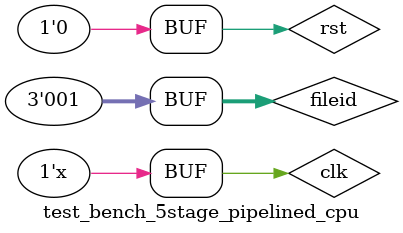
<source format=v>
`timescale 1ns / 1ps


module test_bench_5stage_pipelined_cpu;

	// Inputs
	reg clk;
	reg rst;
	reg [2:0] fileid;

	// Outputs
	wire [31:0] PCOUT;
	wire [31:0] INST;
	wire [31:0] rdata1;
	wire [31:0] rdata2;
	wire [31:0] aluout;
	wire zero;
	wire [4:0] waddrMux;
	wire [31:0] wdataMux;

	// Instantiate the Unit Under Test (UUT)
	pipelined_regfile_4stage uut (
		.clk(clk), 
		.rst(rst), 
		.fileid(fileid), 
		.PCOUT(PCOUT), 
		.INST(INST), 
		.rdata1(rdata1), 
		.rdata2(rdata2), 
		.aluout(aluout), 
		.zero(zero), 
		.waddrMux(waddrMux), 
		.wdataMux(wdataMux)
	);
always #15 clk = ~clk;
	initial begin
		// Initialize Inputs
		clk = 0;
		rst = 0;
		fileid = 3'b1;

		// Wait 100 ns for global reset to finish
		#100;
        
		// Add stimulus here
#25 rst =1;
#25 rst=0;
	end
      
endmodule


</source>
